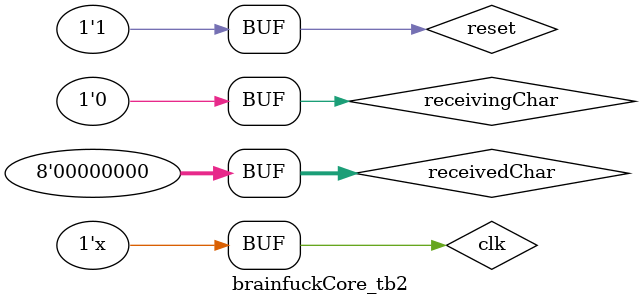
<source format=v>

module brainfuckCore_tb2();
    
    reg clk = 0;
    always #1 clk = !clk;

    reg reset = 0;
    wire [8:0] addr_array;
    wire [8:0] addr_code;
    wire done;
    wire write_rq;
    wire [7:0] data_in;
    wire [7:0] data_out;
    wire [7:0] code_out;
    wire [3:0] probe;
    wire [7:0] sendedChar;
    wire sendingChar;
    reg [7:0] receivedChar = 0;
    reg receivingChar = 0;

    brainfuckCore #(5, 5) brainfuckCore(clk, reset, code_out, addr_code, done, data_in, addr_array, dataOut_array, write_rq, receivingChar, receivedChar, sendingChar, sendedChar/*, probe*/);
    ramDualAccess #(5, 8) ramDualAccess(clk, reset, addr_array, data_out, write_rq, addr_array, data_in);
    testRom2 testRom2(clk, addr_code[3:0], code_out);

    initial
        begin
            #10;
            reset = 1;
            #200;
            //Uncomment to use with iverilog
            //$finish;
        end

    //Uncomment to use with iverilog
    /*initial
        $monitor("Clk:%h, reset:%h, data_in:%h, data_out:%h, addr:%h, addr_code:%h, code:%c, probe:%h, write_rq:%h", clk, reset, data_in, data_out, addr_array, addr_code, code_out, probe, write_rq);
    */

endmodule


</source>
